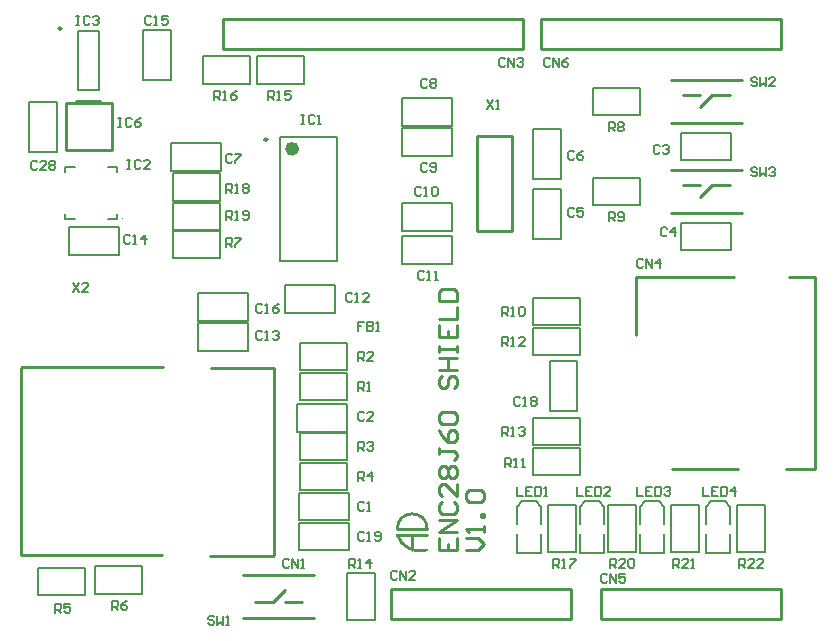
<source format=gto>
G04 Layer_Color=65535*
%FSLAX25Y25*%
%MOIN*%
G70*
G01*
G75*
%ADD27C,0.01000*%
%ADD43C,0.00984*%
%ADD44C,0.02362*%
%ADD45C,0.00394*%
%ADD46C,0.00600*%
%ADD47C,0.00787*%
D27*
X127000Y33000D02*
G03*
X137000Y28000I7500J2500D01*
G01*
Y35000D02*
G03*
X127000Y35000I-5000J0D01*
G01*
X132000Y28000D02*
Y33000D01*
X127000Y35000D02*
X137000D01*
X127000Y33000D02*
X137000D01*
X20063Y177661D02*
X27937D01*
X31874Y161126D02*
Y176874D01*
X16520D02*
X31874D01*
X16520Y161126D02*
Y176874D01*
Y161126D02*
X31874D01*
X85532Y10531D02*
X89468Y14469D01*
Y10531D02*
X95374D01*
X79626D02*
X85532D01*
X75689Y19587D02*
X99311D01*
X75689Y5413D02*
X99311D01*
X195000Y15000D02*
X255000D01*
Y5000D02*
Y15000D01*
X195000Y5000D02*
Y15000D01*
Y5000D02*
X255000D01*
X85764Y26004D02*
X86000Y26240D01*
X64685Y26004D02*
X85764D01*
X1748Y26240D02*
X48701D01*
X1748Y88760D02*
X1984Y88996D01*
X48937D01*
X64921Y88760D02*
X86000D01*
X1748Y26240D02*
Y88760D01*
X86000Y26240D02*
Y88760D01*
X206561Y99677D02*
Y118936D01*
X239102D01*
X239161Y118877D01*
X257661Y118977D02*
X266402D01*
Y54779D02*
Y118977D01*
Y54779D02*
X266402Y54778D01*
X256763D02*
X266402D01*
X256761Y54777D02*
X256763Y54778D01*
X218661Y54777D02*
X240661D01*
X175000Y205000D02*
X255000D01*
X175000Y195000D02*
Y205000D01*
Y195000D02*
X255000D01*
Y205000D01*
X153595Y165905D02*
X165405D01*
Y134409D02*
Y165905D01*
X153595Y134409D02*
X165405D01*
X153595D02*
Y165905D01*
X69000Y205000D02*
X169000D01*
X69000Y195000D02*
Y205000D01*
Y195000D02*
X169000D01*
Y205000D01*
X125000Y15000D02*
X185000D01*
Y5000D02*
Y15000D01*
X125000Y5000D02*
Y15000D01*
Y5000D02*
X185000D01*
X228031Y175531D02*
X231968Y179469D01*
X222126D02*
X228031D01*
X231968D02*
X237874D01*
X218189Y170413D02*
X241811D01*
X218189Y184587D02*
X241811D01*
X228031Y145531D02*
X231968Y149469D01*
X222126D02*
X228031D01*
X231968D02*
X237874D01*
X218189Y140413D02*
X241811D01*
X218189Y154587D02*
X241811D01*
X150002Y28000D02*
X154001D01*
X156000Y29999D01*
X154001Y31999D01*
X150002D01*
X156000Y33998D02*
Y35997D01*
Y34998D01*
X150002D01*
X151002Y33998D01*
X156000Y38996D02*
X155000D01*
Y39996D01*
X156000D01*
Y38996D01*
X151002Y43995D02*
X150002Y44995D01*
Y46994D01*
X151002Y47993D01*
X155000D01*
X156000Y46994D01*
Y44995D01*
X155000Y43995D01*
X151002D01*
X141002Y31999D02*
Y28000D01*
X147000D01*
Y31999D01*
X144001Y28000D02*
Y29999D01*
X147000Y33998D02*
X141002D01*
X147000Y37997D01*
X141002D01*
X142002Y43995D02*
X141002Y42995D01*
Y40996D01*
X142002Y39996D01*
X146000D01*
X147000Y40996D01*
Y42995D01*
X146000Y43995D01*
X147000Y49993D02*
Y45994D01*
X143001Y49993D01*
X142002D01*
X141002Y48993D01*
Y46994D01*
X142002Y45994D01*
Y51992D02*
X141002Y52992D01*
Y54991D01*
X142002Y55991D01*
X143001D01*
X144001Y54991D01*
X145001Y55991D01*
X146000D01*
X147000Y54991D01*
Y52992D01*
X146000Y51992D01*
X145001D01*
X144001Y52992D01*
X143001Y51992D01*
X142002D01*
X144001Y52992D02*
Y54991D01*
X141002Y61989D02*
Y59990D01*
Y60989D01*
X146000D01*
X147000Y59990D01*
Y58990D01*
X146000Y57990D01*
X141002Y67987D02*
X142002Y65988D01*
X144001Y63988D01*
X146000D01*
X147000Y64988D01*
Y66987D01*
X146000Y67987D01*
X145001D01*
X144001Y66987D01*
Y63988D01*
X142002Y69986D02*
X141002Y70986D01*
Y72986D01*
X142002Y73985D01*
X146000D01*
X147000Y72986D01*
Y70986D01*
X146000Y69986D01*
X142002D01*
Y85981D02*
X141002Y84982D01*
Y82982D01*
X142002Y81982D01*
X143001D01*
X144001Y82982D01*
Y84982D01*
X145001Y85981D01*
X146000D01*
X147000Y84982D01*
Y82982D01*
X146000Y81982D01*
X141002Y87981D02*
X147000D01*
X144001D01*
Y91979D01*
X141002D01*
X147000D01*
X141002Y93979D02*
Y95978D01*
Y94978D01*
X147000D01*
Y93979D01*
Y95978D01*
X141002Y102976D02*
Y98977D01*
X147000D01*
Y102976D01*
X144001Y98977D02*
Y100976D01*
X141002Y104975D02*
X147000D01*
Y108974D01*
X141002Y110973D02*
X147000D01*
Y113972D01*
X146000Y114972D01*
X142002D01*
X141002Y113972D01*
Y110973D01*
D43*
X15043Y201847D02*
G03*
X15043Y201847I-492J0D01*
G01*
X83720Y164784D02*
G03*
X83720Y164784I-492J0D01*
G01*
D44*
X93169Y161732D02*
G03*
X93169Y161732I-1181J0D01*
G01*
D45*
X35433Y138339D02*
G03*
X35433Y138339I-197J0D01*
G01*
D46*
X177900Y74200D02*
Y90800D01*
X187100Y74200D02*
Y90800D01*
X177900Y74200D02*
X187100D01*
X177900Y90800D02*
X187100D01*
X67800Y144400D02*
Y153600D01*
X52200Y144400D02*
Y153600D01*
Y144400D02*
X67800D01*
X52200Y153600D02*
X67800D01*
Y134400D02*
Y143600D01*
X52200Y134400D02*
Y143600D01*
Y134400D02*
X67800D01*
X52200Y143600D02*
X67800D01*
X94200Y47100D02*
X110800D01*
X94200Y37900D02*
X110800D01*
X94200D02*
Y47100D01*
X110800Y37900D02*
Y47100D01*
X93700Y76600D02*
X110300D01*
X93700Y67400D02*
X110300D01*
X93700D02*
Y76600D01*
X110300Y67400D02*
Y76600D01*
X187800Y102900D02*
Y112100D01*
X172200Y102900D02*
Y112100D01*
Y102900D02*
X187800D01*
X172200Y112100D02*
X187800D01*
X128700Y123400D02*
X145300D01*
X128700Y132600D02*
X145300D01*
Y123400D02*
Y132600D01*
X128700Y123400D02*
Y132600D01*
Y134400D02*
X145300D01*
X128700Y143600D02*
X145300D01*
Y134400D02*
Y143600D01*
X128700Y134400D02*
Y143600D01*
Y159400D02*
X145300D01*
X128700Y168600D02*
X145300D01*
Y159400D02*
Y168600D01*
X128700Y159400D02*
Y168600D01*
Y169400D02*
X145300D01*
X128700Y178600D02*
X145300D01*
Y169400D02*
Y178600D01*
X128700Y169400D02*
Y178600D01*
X187800Y92900D02*
Y102100D01*
X172200Y92900D02*
Y102100D01*
Y92900D02*
X187800D01*
X172200Y102100D02*
X187800D01*
Y62900D02*
Y72100D01*
X172200Y62900D02*
Y72100D01*
Y62900D02*
X187800D01*
X172200Y72100D02*
X187800D01*
Y52900D02*
Y62100D01*
X172200Y52900D02*
Y62100D01*
Y52900D02*
X187800D01*
X172200Y62100D02*
X187800D01*
X52200Y125400D02*
Y134600D01*
X67800Y125400D02*
Y134600D01*
X52200D02*
X67800D01*
X52200Y125400D02*
X67800D01*
X51700Y163600D02*
X68300D01*
X51700Y154400D02*
X68300D01*
X51700D02*
Y163600D01*
X68300Y154400D02*
Y163600D01*
X110300Y47900D02*
Y57100D01*
X94700Y47900D02*
Y57100D01*
Y47900D02*
X110300D01*
X94700Y57100D02*
X110300D01*
Y57900D02*
Y67100D01*
X94700Y57900D02*
Y67100D01*
Y57900D02*
X110300D01*
X94700Y67100D02*
X110300D01*
X94700Y87900D02*
Y97100D01*
X110300Y87900D02*
Y97100D01*
X94700D02*
X110300D01*
X94700Y87900D02*
X110300D01*
X94700Y77900D02*
Y87100D01*
X110300Y77900D02*
Y87100D01*
X94700D02*
X110300D01*
X94700Y77900D02*
X110300D01*
X172400Y151700D02*
Y168300D01*
X181600Y151700D02*
Y168300D01*
X172400Y151700D02*
X181600D01*
X172400Y168300D02*
X181600D01*
Y131700D02*
Y148300D01*
X172400Y131700D02*
Y148300D01*
X181600D01*
X172400Y131700D02*
X181600D01*
X42400Y184700D02*
Y201300D01*
X51600Y184700D02*
Y201300D01*
X42400Y184700D02*
X51600D01*
X42400Y201300D02*
X51600D01*
X4400Y177300D02*
X13600D01*
X4400Y160700D02*
X13600D01*
Y177300D01*
X4400Y160700D02*
Y177300D01*
X41800Y13400D02*
Y22600D01*
X26200Y13400D02*
Y22600D01*
Y13400D02*
X41800D01*
X26200Y22600D02*
X41800D01*
X94200Y37100D02*
X110800D01*
X94200Y27900D02*
X110800D01*
X94200D02*
Y37100D01*
X110800Y27900D02*
Y37100D01*
X80200Y183400D02*
Y192600D01*
X95800Y183400D02*
Y192600D01*
X80200D02*
X95800D01*
X80200Y183400D02*
X95800D01*
X77800D02*
Y192600D01*
X62200Y183400D02*
Y192600D01*
Y183400D02*
X77800D01*
X62200Y192600D02*
X77800D01*
X89674Y116237D02*
X106274D01*
X89674Y107037D02*
X106274D01*
X89674D02*
Y116237D01*
X106274Y107037D02*
Y116237D01*
X7200Y12900D02*
Y22100D01*
X22800Y12900D02*
Y22100D01*
X7200D02*
X22800D01*
X7200Y12900D02*
X22800D01*
X110400Y4700D02*
X119600D01*
X110400Y20300D02*
X119600D01*
X110400Y4700D02*
Y20300D01*
X119600Y4700D02*
Y20300D01*
X192200Y182100D02*
X207800D01*
X192200Y172900D02*
X207800D01*
X192200D02*
Y182100D01*
X207800Y172900D02*
Y182100D01*
X221700Y157900D02*
Y167100D01*
X238300Y157900D02*
Y167100D01*
X221700D02*
X238300D01*
X221700Y157900D02*
X238300D01*
X221700Y127900D02*
Y137100D01*
X238300Y127900D02*
Y137100D01*
X221700D02*
X238300D01*
X221700Y127900D02*
X238300D01*
X192200Y152100D02*
X207800D01*
X192200Y142900D02*
X207800D01*
X192200D02*
Y152100D01*
X207800Y142900D02*
Y152100D01*
X240400Y27200D02*
Y42800D01*
X249600Y27200D02*
Y42800D01*
X240400Y27200D02*
X249600D01*
X240400Y42800D02*
X249600D01*
X218400Y27200D02*
Y42800D01*
X227600Y27200D02*
Y42800D01*
X218400Y27200D02*
X227600D01*
X218400Y42800D02*
X227600D01*
X197400Y27200D02*
Y42800D01*
X206600Y27200D02*
Y42800D01*
X197400Y27200D02*
X206600D01*
X197400Y42800D02*
X206600D01*
X186600Y27200D02*
Y42800D01*
X177400Y27200D02*
Y42800D01*
X186600D01*
X177400Y27200D02*
X186600D01*
X60700Y94400D02*
Y103600D01*
X77300Y94400D02*
Y103600D01*
X60700D02*
X77300D01*
X60700Y94400D02*
X77300D01*
X60700Y104400D02*
Y113600D01*
X77300Y104400D02*
Y113600D01*
X60700D02*
X77300D01*
X60700Y104400D02*
X77300D01*
X17700Y126400D02*
Y135600D01*
X34300Y126400D02*
Y135600D01*
X17700D02*
X34300D01*
X17700Y126400D02*
X34300D01*
X70000Y138000D02*
Y140999D01*
X71500D01*
X71999Y140499D01*
Y139499D01*
X71500Y139000D01*
X70000D01*
X71000D02*
X71999Y138000D01*
X72999D02*
X73999D01*
X73499D01*
Y140999D01*
X72999Y140499D01*
X75498Y138500D02*
X75998Y138000D01*
X76998D01*
X77498Y138500D01*
Y140499D01*
X76998Y140999D01*
X75998D01*
X75498Y140499D01*
Y139999D01*
X75998Y139499D01*
X77498D01*
X70000Y147000D02*
Y149999D01*
X71500D01*
X71999Y149499D01*
Y148500D01*
X71500Y148000D01*
X70000D01*
X71000D02*
X71999Y147000D01*
X72999D02*
X73999D01*
X73499D01*
Y149999D01*
X72999Y149499D01*
X75498D02*
X75998Y149999D01*
X76998D01*
X77498Y149499D01*
Y148999D01*
X76998Y148500D01*
X77498Y148000D01*
Y147500D01*
X76998Y147000D01*
X75998D01*
X75498Y147500D01*
Y148000D01*
X75998Y148500D01*
X75498Y148999D01*
Y149499D01*
X75998Y148500D02*
X76998D01*
X115999Y103999D02*
X114000D01*
Y102499D01*
X115000D01*
X114000D01*
Y101000D01*
X116999Y103999D02*
Y101000D01*
X118499D01*
X118998Y101500D01*
Y102000D01*
X118499Y102499D01*
X116999D01*
X118499D01*
X118998Y102999D01*
Y103499D01*
X118499Y103999D01*
X116999D01*
X119998Y101000D02*
X120998D01*
X120498D01*
Y103999D01*
X119998Y103499D01*
X66000Y178000D02*
Y180999D01*
X67500D01*
X67999Y180499D01*
Y179499D01*
X67500Y179000D01*
X66000D01*
X67000D02*
X67999Y178000D01*
X68999D02*
X69999D01*
X69499D01*
Y180999D01*
X68999Y180499D01*
X73498Y180999D02*
X72498Y180499D01*
X71498Y179499D01*
Y178500D01*
X71998Y178000D01*
X72998D01*
X73498Y178500D01*
Y179000D01*
X72998Y179499D01*
X71498D01*
X84000Y178000D02*
Y180999D01*
X85500D01*
X85999Y180499D01*
Y179499D01*
X85500Y179000D01*
X84000D01*
X85000D02*
X85999Y178000D01*
X86999D02*
X87999D01*
X87499D01*
Y180999D01*
X86999Y180499D01*
X91498Y180999D02*
X89498D01*
Y179499D01*
X90498Y179999D01*
X90998D01*
X91498Y179499D01*
Y178500D01*
X90998Y178000D01*
X89998D01*
X89498Y178500D01*
X126999Y20499D02*
X126499Y20999D01*
X125500D01*
X125000Y20499D01*
Y18500D01*
X125500Y18000D01*
X126499D01*
X126999Y18500D01*
X127999Y18000D02*
Y20999D01*
X129998Y18000D01*
Y20999D01*
X132997Y18000D02*
X130998D01*
X132997Y19999D01*
Y20499D01*
X132498Y20999D01*
X131498D01*
X130998Y20499D01*
X162999Y191499D02*
X162499Y191999D01*
X161500D01*
X161000Y191499D01*
Y189500D01*
X161500Y189000D01*
X162499D01*
X162999Y189500D01*
X163999Y189000D02*
Y191999D01*
X165998Y189000D01*
Y191999D01*
X166998Y191499D02*
X167498Y191999D01*
X168498D01*
X168997Y191499D01*
Y190999D01*
X168498Y190499D01*
X167998D01*
X168498D01*
X168997Y190000D01*
Y189500D01*
X168498Y189000D01*
X167498D01*
X166998Y189500D01*
X157000Y177999D02*
X158999Y175000D01*
Y177999D02*
X157000Y175000D01*
X159999D02*
X160999D01*
X160499D01*
Y177999D01*
X159999Y177499D01*
X65999Y5499D02*
X65500Y5999D01*
X64500D01*
X64000Y5499D01*
Y4999D01*
X64500Y4499D01*
X65500D01*
X65999Y4000D01*
Y3500D01*
X65500Y3000D01*
X64500D01*
X64000Y3500D01*
X66999Y5999D02*
Y3000D01*
X67999Y4000D01*
X68998Y3000D01*
Y5999D01*
X69998Y3000D02*
X70998D01*
X70498D01*
Y5999D01*
X69998Y5499D01*
X111000Y22000D02*
Y24999D01*
X112499D01*
X112999Y24499D01*
Y23499D01*
X112499Y23000D01*
X111000D01*
X112000D02*
X112999Y22000D01*
X113999D02*
X114999D01*
X114499D01*
Y24999D01*
X113999Y24499D01*
X117998Y22000D02*
Y24999D01*
X116498Y23499D01*
X118498D01*
X162000Y66000D02*
Y68999D01*
X163499D01*
X163999Y68499D01*
Y67500D01*
X163499Y67000D01*
X162000D01*
X163000D02*
X163999Y66000D01*
X164999D02*
X165999D01*
X165499D01*
Y68999D01*
X164999Y68499D01*
X167498D02*
X167998Y68999D01*
X168998D01*
X169498Y68499D01*
Y67999D01*
X168998Y67500D01*
X168498D01*
X168998D01*
X169498Y67000D01*
Y66500D01*
X168998Y66000D01*
X167998D01*
X167498Y66500D01*
X162000Y96000D02*
Y98999D01*
X163499D01*
X163999Y98499D01*
Y97500D01*
X163499Y97000D01*
X162000D01*
X163000D02*
X163999Y96000D01*
X164999D02*
X165999D01*
X165499D01*
Y98999D01*
X164999Y98499D01*
X169498Y96000D02*
X167498D01*
X169498Y97999D01*
Y98499D01*
X168998Y98999D01*
X167998D01*
X167498Y98499D01*
X163000Y55500D02*
Y58499D01*
X164499D01*
X164999Y57999D01*
Y56999D01*
X164499Y56500D01*
X163000D01*
X164000D02*
X164999Y55500D01*
X165999D02*
X166999D01*
X166499D01*
Y58499D01*
X165999Y57999D01*
X168498Y55500D02*
X169498D01*
X168998D01*
Y58499D01*
X168498Y57999D01*
X162000Y106000D02*
Y108999D01*
X163499D01*
X163999Y108499D01*
Y107500D01*
X163499Y107000D01*
X162000D01*
X163000D02*
X163999Y106000D01*
X164999D02*
X165999D01*
X165499D01*
Y108999D01*
X164999Y108499D01*
X167498D02*
X167998Y108999D01*
X168998D01*
X169498Y108499D01*
Y106500D01*
X168998Y106000D01*
X167998D01*
X167498Y106500D01*
Y108499D01*
X70000Y129000D02*
Y131999D01*
X71500D01*
X71999Y131499D01*
Y130499D01*
X71500Y130000D01*
X70000D01*
X71000D02*
X71999Y129000D01*
X72999Y131999D02*
X74998D01*
Y131499D01*
X72999Y129500D01*
Y129000D01*
X32000Y8000D02*
Y10999D01*
X33500D01*
X33999Y10499D01*
Y9499D01*
X33500Y9000D01*
X32000D01*
X33000D02*
X33999Y8000D01*
X36998Y10999D02*
X35999Y10499D01*
X34999Y9499D01*
Y8500D01*
X35499Y8000D01*
X36499D01*
X36998Y8500D01*
Y9000D01*
X36499Y9499D01*
X34999D01*
X13000Y7000D02*
Y9999D01*
X14500D01*
X14999Y9499D01*
Y8500D01*
X14500Y8000D01*
X13000D01*
X14000D02*
X14999Y7000D01*
X17998Y9999D02*
X15999D01*
Y8500D01*
X16999Y8999D01*
X17499D01*
X17998Y8500D01*
Y7500D01*
X17499Y7000D01*
X16499D01*
X15999Y7500D01*
X114000Y51000D02*
Y53999D01*
X115499D01*
X115999Y53499D01*
Y52500D01*
X115499Y52000D01*
X114000D01*
X115000D02*
X115999Y51000D01*
X118499D02*
Y53999D01*
X116999Y52500D01*
X118998D01*
X114000Y61000D02*
Y63999D01*
X115499D01*
X115999Y63499D01*
Y62499D01*
X115499Y62000D01*
X114000D01*
X115000D02*
X115999Y61000D01*
X116999Y63499D02*
X117499Y63999D01*
X118499D01*
X118998Y63499D01*
Y62999D01*
X118499Y62499D01*
X117999D01*
X118499D01*
X118998Y62000D01*
Y61500D01*
X118499Y61000D01*
X117499D01*
X116999Y61500D01*
X114000Y91000D02*
Y93999D01*
X115499D01*
X115999Y93499D01*
Y92500D01*
X115499Y92000D01*
X114000D01*
X115000D02*
X115999Y91000D01*
X118998D02*
X116999D01*
X118998Y92999D01*
Y93499D01*
X118499Y93999D01*
X117499D01*
X116999Y93499D01*
X114000Y81000D02*
Y83999D01*
X115499D01*
X115999Y83499D01*
Y82499D01*
X115499Y82000D01*
X114000D01*
X115000D02*
X115999Y81000D01*
X116999D02*
X117999D01*
X117499D01*
Y83999D01*
X116999Y83499D01*
X20000Y205999D02*
X21000D01*
X20500D01*
Y203000D01*
X20000D01*
X21000D01*
X24498Y205499D02*
X23999Y205999D01*
X22999D01*
X22499Y205499D01*
Y203500D01*
X22999Y203000D01*
X23999D01*
X24498Y203500D01*
X25498Y205499D02*
X25998Y205999D01*
X26998D01*
X27498Y205499D01*
Y204999D01*
X26998Y204500D01*
X26498D01*
X26998D01*
X27498Y204000D01*
Y203500D01*
X26998Y203000D01*
X25998D01*
X25498Y203500D01*
X95000Y172999D02*
X96000D01*
X95500D01*
Y170000D01*
X95000D01*
X96000D01*
X99498Y172499D02*
X98999Y172999D01*
X97999D01*
X97499Y172499D01*
Y170500D01*
X97999Y170000D01*
X98999D01*
X99498Y170500D01*
X100498Y170000D02*
X101498D01*
X100998D01*
Y172999D01*
X100498Y172499D01*
X177999Y191499D02*
X177499Y191999D01*
X176500D01*
X176000Y191499D01*
Y189500D01*
X176500Y189000D01*
X177499D01*
X177999Y189500D01*
X178999Y189000D02*
Y191999D01*
X180998Y189000D01*
Y191999D01*
X183997D02*
X182998Y191499D01*
X181998Y190499D01*
Y189500D01*
X182498Y189000D01*
X183498D01*
X183997Y189500D01*
Y190000D01*
X183498Y190499D01*
X181998D01*
X196999Y19499D02*
X196500Y19999D01*
X195500D01*
X195000Y19499D01*
Y17500D01*
X195500Y17000D01*
X196500D01*
X196999Y17500D01*
X197999Y17000D02*
Y19999D01*
X199998Y17000D01*
Y19999D01*
X202997D02*
X200998D01*
Y18499D01*
X201998Y18999D01*
X202498D01*
X202997Y18499D01*
Y17500D01*
X202498Y17000D01*
X201498D01*
X200998Y17500D01*
X208999Y124499D02*
X208500Y124999D01*
X207500D01*
X207000Y124499D01*
Y122500D01*
X207500Y122000D01*
X208500D01*
X208999Y122500D01*
X209999Y122000D02*
Y124999D01*
X211998Y122000D01*
Y124999D01*
X214498Y122000D02*
Y124999D01*
X212998Y123500D01*
X214997D01*
X90999Y24499D02*
X90500Y24999D01*
X89500D01*
X89000Y24499D01*
Y22500D01*
X89500Y22000D01*
X90500D01*
X90999Y22500D01*
X91999Y22000D02*
Y24999D01*
X93998Y22000D01*
Y24999D01*
X94998Y22000D02*
X95998D01*
X95498D01*
Y24999D01*
X94998Y24499D01*
X115999Y33499D02*
X115499Y33999D01*
X114500D01*
X114000Y33499D01*
Y31500D01*
X114500Y31000D01*
X115499D01*
X115999Y31500D01*
X116999Y31000D02*
X117999D01*
X117499D01*
Y33999D01*
X116999Y33499D01*
X119498Y31500D02*
X119998Y31000D01*
X120998D01*
X121498Y31500D01*
Y33499D01*
X120998Y33999D01*
X119998D01*
X119498Y33499D01*
Y32999D01*
X119998Y32500D01*
X121498D01*
X167999Y78499D02*
X167499Y78999D01*
X166500D01*
X166000Y78499D01*
Y76500D01*
X166500Y76000D01*
X167499D01*
X167999Y76500D01*
X168999Y76000D02*
X169999D01*
X169499D01*
Y78999D01*
X168999Y78499D01*
X171498D02*
X171998Y78999D01*
X172998D01*
X173498Y78499D01*
Y77999D01*
X172998Y77500D01*
X173498Y77000D01*
Y76500D01*
X172998Y76000D01*
X171998D01*
X171498Y76500D01*
Y77000D01*
X171998Y77500D01*
X171498Y77999D01*
Y78499D01*
X171998Y77500D02*
X172998D01*
X44999Y205499D02*
X44499Y205999D01*
X43500D01*
X43000Y205499D01*
Y203500D01*
X43500Y203000D01*
X44499D01*
X44999Y203500D01*
X45999Y203000D02*
X46999D01*
X46499D01*
Y205999D01*
X45999Y205499D01*
X50498Y205999D02*
X48498D01*
Y204500D01*
X49498Y204999D01*
X49998D01*
X50498Y204500D01*
Y203500D01*
X49998Y203000D01*
X48998D01*
X48498Y203500D01*
X111973Y113136D02*
X111473Y113636D01*
X110474D01*
X109974Y113136D01*
Y111136D01*
X110474Y110637D01*
X111473D01*
X111973Y111136D01*
X112973Y110637D02*
X113972D01*
X113473D01*
Y113636D01*
X112973Y113136D01*
X117471Y110637D02*
X115472D01*
X117471Y112636D01*
Y113136D01*
X116971Y113636D01*
X115972D01*
X115472Y113136D01*
X135999Y120499D02*
X135500Y120999D01*
X134500D01*
X134000Y120499D01*
Y118500D01*
X134500Y118000D01*
X135500D01*
X135999Y118500D01*
X136999Y118000D02*
X137999D01*
X137499D01*
Y120999D01*
X136999Y120499D01*
X139498Y118000D02*
X140498D01*
X139998D01*
Y120999D01*
X139498Y120499D01*
X134999Y148499D02*
X134500Y148999D01*
X133500D01*
X133000Y148499D01*
Y146500D01*
X133500Y146000D01*
X134500D01*
X134999Y146500D01*
X135999Y146000D02*
X136999D01*
X136499D01*
Y148999D01*
X135999Y148499D01*
X138498D02*
X138998Y148999D01*
X139998D01*
X140498Y148499D01*
Y146500D01*
X139998Y146000D01*
X138998D01*
X138498Y146500D01*
Y148499D01*
X136999Y156499D02*
X136500Y156999D01*
X135500D01*
X135000Y156499D01*
Y154500D01*
X135500Y154000D01*
X136500D01*
X136999Y154500D01*
X137999D02*
X138499Y154000D01*
X139499D01*
X139998Y154500D01*
Y156499D01*
X139499Y156999D01*
X138499D01*
X137999Y156499D01*
Y155999D01*
X138499Y155499D01*
X139998D01*
X136999Y184499D02*
X136500Y184999D01*
X135500D01*
X135000Y184499D01*
Y182500D01*
X135500Y182000D01*
X136500D01*
X136999Y182500D01*
X137999Y184499D02*
X138499Y184999D01*
X139499D01*
X139998Y184499D01*
Y183999D01*
X139499Y183500D01*
X139998Y183000D01*
Y182500D01*
X139499Y182000D01*
X138499D01*
X137999Y182500D01*
Y183000D01*
X138499Y183500D01*
X137999Y183999D01*
Y184499D01*
X138499Y183500D02*
X139499D01*
X71999Y159499D02*
X71500Y159999D01*
X70500D01*
X70000Y159499D01*
Y157500D01*
X70500Y157000D01*
X71500D01*
X71999Y157500D01*
X72999Y159999D02*
X74998D01*
Y159499D01*
X72999Y157500D01*
Y157000D01*
X185999Y160499D02*
X185500Y160999D01*
X184500D01*
X184000Y160499D01*
Y158500D01*
X184500Y158000D01*
X185500D01*
X185999Y158500D01*
X188998Y160999D02*
X187999Y160499D01*
X186999Y159500D01*
Y158500D01*
X187499Y158000D01*
X188499D01*
X188998Y158500D01*
Y159000D01*
X188499Y159500D01*
X186999D01*
X185999Y141499D02*
X185500Y141999D01*
X184500D01*
X184000Y141499D01*
Y139500D01*
X184500Y139000D01*
X185500D01*
X185999Y139500D01*
X188998Y141999D02*
X186999D01*
Y140499D01*
X187999Y140999D01*
X188499D01*
X188998Y140499D01*
Y139500D01*
X188499Y139000D01*
X187499D01*
X186999Y139500D01*
X115999Y73499D02*
X115499Y73999D01*
X114500D01*
X114000Y73499D01*
Y71500D01*
X114500Y71000D01*
X115499D01*
X115999Y71500D01*
X118998Y71000D02*
X116999D01*
X118998Y72999D01*
Y73499D01*
X118499Y73999D01*
X117499D01*
X116999Y73499D01*
X115999Y43499D02*
X115499Y43999D01*
X114500D01*
X114000Y43499D01*
Y41500D01*
X114500Y41000D01*
X115499D01*
X115999Y41500D01*
X116999Y41000D02*
X117999D01*
X117499D01*
Y43999D01*
X116999Y43499D01*
X6999Y157249D02*
X6499Y157749D01*
X5500D01*
X5000Y157249D01*
Y155250D01*
X5500Y154750D01*
X6499D01*
X6999Y155250D01*
X9998Y154750D02*
X7999D01*
X9998Y156749D01*
Y157249D01*
X9499Y157749D01*
X8499D01*
X7999Y157249D01*
X10998D02*
X11498Y157749D01*
X12498D01*
X12997Y157249D01*
Y156749D01*
X12498Y156249D01*
X12997Y155750D01*
Y155250D01*
X12498Y154750D01*
X11498D01*
X10998Y155250D01*
Y155750D01*
X11498Y156249D01*
X10998Y156749D01*
Y157249D01*
X11498Y156249D02*
X12498D01*
X34000Y171999D02*
X35000D01*
X34500D01*
Y169000D01*
X34000D01*
X35000D01*
X38498Y171499D02*
X37999Y171999D01*
X36999D01*
X36499Y171499D01*
Y169500D01*
X36999Y169000D01*
X37999D01*
X38498Y169500D01*
X41498Y171999D02*
X40498Y171499D01*
X39498Y170500D01*
Y169500D01*
X39998Y169000D01*
X40998D01*
X41498Y169500D01*
Y170000D01*
X40998Y170500D01*
X39498D01*
X214499Y162499D02*
X214000Y162999D01*
X213000D01*
X212500Y162499D01*
Y160500D01*
X213000Y160000D01*
X214000D01*
X214499Y160500D01*
X215499Y162499D02*
X215999Y162999D01*
X216999D01*
X217498Y162499D01*
Y161999D01*
X216999Y161500D01*
X216499D01*
X216999D01*
X217498Y161000D01*
Y160500D01*
X216999Y160000D01*
X215999D01*
X215499Y160500D01*
X216999Y134999D02*
X216499Y135499D01*
X215500D01*
X215000Y134999D01*
Y133000D01*
X215500Y132500D01*
X216499D01*
X216999Y133000D01*
X219498Y132500D02*
Y135499D01*
X217999Y134000D01*
X219998D01*
X197500Y167500D02*
Y170499D01*
X199000D01*
X199499Y169999D01*
Y169000D01*
X199000Y168500D01*
X197500D01*
X198500D02*
X199499Y167500D01*
X200499Y169999D02*
X200999Y170499D01*
X201999D01*
X202498Y169999D01*
Y169499D01*
X201999Y169000D01*
X202498Y168500D01*
Y168000D01*
X201999Y167500D01*
X200999D01*
X200499Y168000D01*
Y168500D01*
X200999Y169000D01*
X200499Y169499D01*
Y169999D01*
X200999Y169000D02*
X201999D01*
X197500Y137500D02*
Y140499D01*
X199000D01*
X199499Y139999D01*
Y138999D01*
X199000Y138500D01*
X197500D01*
X198500D02*
X199499Y137500D01*
X200499Y138000D02*
X200999Y137500D01*
X201999D01*
X202498Y138000D01*
Y139999D01*
X201999Y140499D01*
X200999D01*
X200499Y139999D01*
Y139499D01*
X200999Y138999D01*
X202498D01*
X246999Y184999D02*
X246499Y185499D01*
X245500D01*
X245000Y184999D01*
Y184499D01*
X245500Y184000D01*
X246499D01*
X246999Y183500D01*
Y183000D01*
X246499Y182500D01*
X245500D01*
X245000Y183000D01*
X247999Y185499D02*
Y182500D01*
X248999Y183500D01*
X249998Y182500D01*
Y185499D01*
X252997Y182500D02*
X250998D01*
X252997Y184499D01*
Y184999D01*
X252498Y185499D01*
X251498D01*
X250998Y184999D01*
X246999Y154999D02*
X246499Y155499D01*
X245500D01*
X245000Y154999D01*
Y154499D01*
X245500Y153999D01*
X246499D01*
X246999Y153500D01*
Y153000D01*
X246499Y152500D01*
X245500D01*
X245000Y153000D01*
X247999Y155499D02*
Y152500D01*
X248999Y153500D01*
X249998Y152500D01*
Y155499D01*
X250998Y154999D02*
X251498Y155499D01*
X252498D01*
X252997Y154999D01*
Y154499D01*
X252498Y153999D01*
X251998D01*
X252498D01*
X252997Y153500D01*
Y153000D01*
X252498Y152500D01*
X251498D01*
X250998Y153000D01*
X167000Y48999D02*
Y46000D01*
X168999D01*
X171998Y48999D02*
X169999D01*
Y46000D01*
X171998D01*
X169999Y47499D02*
X170999D01*
X172998Y48999D02*
Y46000D01*
X174498D01*
X174997Y46500D01*
Y48499D01*
X174498Y48999D01*
X172998D01*
X175997Y46000D02*
X176997D01*
X176497D01*
Y48999D01*
X175997Y48499D01*
X187000Y48999D02*
Y46000D01*
X188999D01*
X191998Y48999D02*
X189999D01*
Y46000D01*
X191998D01*
X189999Y47499D02*
X190999D01*
X192998Y48999D02*
Y46000D01*
X194498D01*
X194997Y46500D01*
Y48499D01*
X194498Y48999D01*
X192998D01*
X197996Y46000D02*
X195997D01*
X197996Y47999D01*
Y48499D01*
X197497Y48999D01*
X196497D01*
X195997Y48499D01*
X207000Y48999D02*
Y46000D01*
X208999D01*
X211998Y48999D02*
X209999D01*
Y46000D01*
X211998D01*
X209999Y47499D02*
X210999D01*
X212998Y48999D02*
Y46000D01*
X214498D01*
X214997Y46500D01*
Y48499D01*
X214498Y48999D01*
X212998D01*
X215997Y48499D02*
X216497Y48999D01*
X217497D01*
X217996Y48499D01*
Y47999D01*
X217497Y47499D01*
X216997D01*
X217497D01*
X217996Y47000D01*
Y46500D01*
X217497Y46000D01*
X216497D01*
X215997Y46500D01*
X229000Y48999D02*
Y46000D01*
X230999D01*
X233998Y48999D02*
X231999D01*
Y46000D01*
X233998D01*
X231999Y47499D02*
X232999D01*
X234998Y48999D02*
Y46000D01*
X236498D01*
X236997Y46500D01*
Y48499D01*
X236498Y48999D01*
X234998D01*
X239497Y46000D02*
Y48999D01*
X237997Y47499D01*
X239996D01*
X179000Y22000D02*
Y24999D01*
X180499D01*
X180999Y24499D01*
Y23499D01*
X180499Y23000D01*
X179000D01*
X180000D02*
X180999Y22000D01*
X181999D02*
X182999D01*
X182499D01*
Y24999D01*
X181999Y24499D01*
X184498Y24999D02*
X186498D01*
Y24499D01*
X184498Y22500D01*
Y22000D01*
X198000D02*
Y24999D01*
X199499D01*
X199999Y24499D01*
Y23499D01*
X199499Y23000D01*
X198000D01*
X199000D02*
X199999Y22000D01*
X202998D02*
X200999D01*
X202998Y23999D01*
Y24499D01*
X202499Y24999D01*
X201499D01*
X200999Y24499D01*
X203998D02*
X204498Y24999D01*
X205498D01*
X205997Y24499D01*
Y22500D01*
X205498Y22000D01*
X204498D01*
X203998Y22500D01*
Y24499D01*
X219000Y22000D02*
Y24999D01*
X220499D01*
X220999Y24499D01*
Y23499D01*
X220499Y23000D01*
X219000D01*
X220000D02*
X220999Y22000D01*
X223998D02*
X221999D01*
X223998Y23999D01*
Y24499D01*
X223499Y24999D01*
X222499D01*
X221999Y24499D01*
X224998Y22000D02*
X225998D01*
X225498D01*
Y24999D01*
X224998Y24499D01*
X241000Y22000D02*
Y24999D01*
X242499D01*
X242999Y24499D01*
Y23499D01*
X242499Y23000D01*
X241000D01*
X242000D02*
X242999Y22000D01*
X245998D02*
X243999D01*
X245998Y23999D01*
Y24499D01*
X245498Y24999D01*
X244499D01*
X243999Y24499D01*
X248997Y22000D02*
X246998D01*
X248997Y23999D01*
Y24499D01*
X248498Y24999D01*
X247498D01*
X246998Y24499D01*
X81999Y100499D02*
X81499Y100999D01*
X80500D01*
X80000Y100499D01*
Y98500D01*
X80500Y98000D01*
X81499D01*
X81999Y98500D01*
X82999Y98000D02*
X83999D01*
X83499D01*
Y100999D01*
X82999Y100499D01*
X85498D02*
X85998Y100999D01*
X86998D01*
X87498Y100499D01*
Y99999D01*
X86998Y99499D01*
X86498D01*
X86998D01*
X87498Y99000D01*
Y98500D01*
X86998Y98000D01*
X85998D01*
X85498Y98500D01*
X37999Y132499D02*
X37499Y132999D01*
X36500D01*
X36000Y132499D01*
Y130500D01*
X36500Y130000D01*
X37499D01*
X37999Y130500D01*
X38999Y130000D02*
X39999D01*
X39499D01*
Y132999D01*
X38999Y132499D01*
X42998Y130000D02*
Y132999D01*
X41498Y131500D01*
X43498D01*
X81999Y109499D02*
X81499Y109999D01*
X80500D01*
X80000Y109499D01*
Y107500D01*
X80500Y107000D01*
X81499D01*
X81999Y107500D01*
X82999Y107000D02*
X83999D01*
X83499D01*
Y109999D01*
X82999Y109499D01*
X87498Y109999D02*
X86498Y109499D01*
X85498Y108500D01*
Y107500D01*
X85998Y107000D01*
X86998D01*
X87498Y107500D01*
Y108000D01*
X86998Y108500D01*
X85498D01*
X37000Y157999D02*
X38000D01*
X37500D01*
Y155000D01*
X37000D01*
X38000D01*
X41499Y157499D02*
X40999Y157999D01*
X39999D01*
X39499Y157499D01*
Y155500D01*
X39999Y155000D01*
X40999D01*
X41499Y155500D01*
X44498Y155000D02*
X42498D01*
X44498Y156999D01*
Y157499D01*
X43998Y157999D01*
X42998D01*
X42498Y157499D01*
X19000Y116999D02*
X20999Y114000D01*
Y116999D02*
X19000Y114000D01*
X23998D02*
X21999D01*
X23998Y115999D01*
Y116499D01*
X23499Y116999D01*
X22499D01*
X21999Y116499D01*
D47*
X20457Y181158D02*
Y200842D01*
X27543Y181158D02*
Y200842D01*
X20457D02*
X27543D01*
X20457Y181158D02*
X27543D01*
X88051Y124331D02*
X106949D01*
X88051Y165669D02*
X106949D01*
Y124331D02*
Y165669D01*
X88051Y124331D02*
Y165669D01*
X230062Y36773D02*
Y42284D01*
X236362Y44253D02*
X237936Y42284D01*
X230062D02*
X231637Y44253D01*
X237936Y36773D02*
Y42284D01*
X231637Y44253D02*
X236362D01*
X230062Y26930D02*
X237936D01*
X230062D02*
Y33229D01*
X237936Y26930D02*
Y33229D01*
X188062Y36773D02*
Y42284D01*
X194362Y44253D02*
X195936Y42284D01*
X188062D02*
X189637Y44253D01*
X195936Y36773D02*
Y42284D01*
X189637Y44253D02*
X194362D01*
X188062Y26930D02*
X195936D01*
X188062D02*
Y33229D01*
X195936Y26930D02*
Y33229D01*
X208062Y36773D02*
Y42284D01*
X214362Y44253D02*
X215936Y42284D01*
X208062D02*
X209637Y44253D01*
X215936Y36773D02*
Y42284D01*
X209637Y44253D02*
X214362D01*
X208062Y26930D02*
X215936D01*
X208062D02*
Y33229D01*
X215936Y26930D02*
Y33229D01*
X167062Y36773D02*
Y42284D01*
X173362Y44253D02*
X174936Y42284D01*
X167062D02*
X168637Y44253D01*
X174936Y36773D02*
Y42284D01*
X168637Y44253D02*
X173362D01*
X167062Y26930D02*
X174936D01*
X167062D02*
Y33229D01*
X174936Y26930D02*
Y33229D01*
X16339Y155661D02*
X19508D01*
X30492D02*
X33661D01*
X16339Y138339D02*
X19508D01*
X30492D02*
X33661D01*
X16339Y153988D02*
Y155661D01*
Y138339D02*
Y140012D01*
X33661Y153988D02*
Y155661D01*
Y138339D02*
Y140012D01*
M02*

</source>
